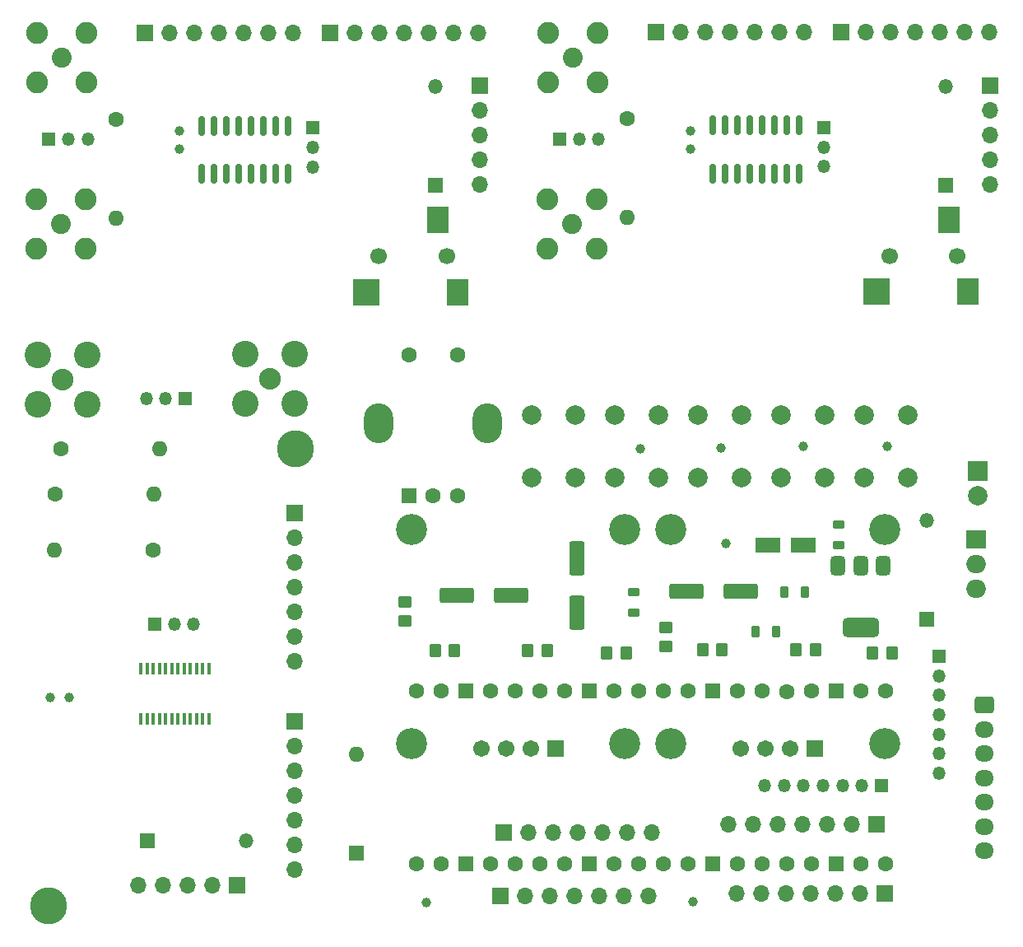
<source format=gbr>
%TF.GenerationSoftware,KiCad,Pcbnew,8.0.4*%
%TF.CreationDate,2025-05-03T00:51:18+05:30*%
%TF.ProjectId,TEST PNAL,54455354-2050-44e4-914c-2e6b69636164,rev?*%
%TF.SameCoordinates,Original*%
%TF.FileFunction,Soldermask,Bot*%
%TF.FilePolarity,Negative*%
%FSLAX46Y46*%
G04 Gerber Fmt 4.6, Leading zero omitted, Abs format (unit mm)*
G04 Created by KiCad (PCBNEW 8.0.4) date 2025-05-03 00:51:18*
%MOMM*%
%LPD*%
G01*
G04 APERTURE LIST*
G04 Aperture macros list*
%AMRoundRect*
0 Rectangle with rounded corners*
0 $1 Rounding radius*
0 $2 $3 $4 $5 $6 $7 $8 $9 X,Y pos of 4 corners*
0 Add a 4 corners polygon primitive as box body*
4,1,4,$2,$3,$4,$5,$6,$7,$8,$9,$2,$3,0*
0 Add four circle primitives for the rounded corners*
1,1,$1+$1,$2,$3*
1,1,$1+$1,$4,$5*
1,1,$1+$1,$6,$7*
1,1,$1+$1,$8,$9*
0 Add four rect primitives between the rounded corners*
20,1,$1+$1,$2,$3,$4,$5,0*
20,1,$1+$1,$4,$5,$6,$7,0*
20,1,$1+$1,$6,$7,$8,$9,0*
20,1,$1+$1,$8,$9,$2,$3,0*%
G04 Aperture macros list end*
%ADD10R,1.350000X1.350000*%
%ADD11O,1.350000X1.350000*%
%ADD12C,1.700000*%
%ADD13R,2.200000X2.800000*%
%ADD14R,2.800000X2.800000*%
%ADD15RoundRect,0.150000X0.150000X-0.825000X0.150000X0.825000X-0.150000X0.825000X-0.150000X-0.825000X0*%
%ADD16C,1.600000*%
%ADD17O,1.600000X1.600000*%
%ADD18C,2.050000*%
%ADD19C,2.250000*%
%ADD20R,1.700000X1.700000*%
%ADD21O,1.700000X1.700000*%
%ADD22C,1.000000*%
%ADD23R,1.500000X1.500000*%
%ADD24O,1.500000X1.500000*%
%ADD25RoundRect,0.250000X-0.550000X1.500000X-0.550000X-1.500000X0.550000X-1.500000X0.550000X1.500000X0*%
%ADD26RoundRect,0.218750X0.218750X0.381250X-0.218750X0.381250X-0.218750X-0.381250X0.218750X-0.381250X0*%
%ADD27RoundRect,0.218750X0.381250X-0.218750X0.381250X0.218750X-0.381250X0.218750X-0.381250X-0.218750X0*%
%ADD28RoundRect,0.250000X0.350000X0.450000X-0.350000X0.450000X-0.350000X-0.450000X0.350000X-0.450000X0*%
%ADD29RoundRect,0.218750X-0.218750X-0.381250X0.218750X-0.381250X0.218750X0.381250X-0.218750X0.381250X0*%
%ADD30R,2.000000X1.905000*%
%ADD31O,2.000000X1.905000*%
%ADD32R,2.000000X2.000000*%
%ADD33C,2.000000*%
%ADD34RoundRect,0.200000X-0.600000X0.600000X-0.600000X-0.600000X0.600000X-0.600000X0.600000X0.600000X0*%
%ADD35RoundRect,0.375000X-0.375000X0.625000X-0.375000X-0.625000X0.375000X-0.625000X0.375000X0.625000X0*%
%ADD36RoundRect,0.500000X-1.400000X0.500000X-1.400000X-0.500000X1.400000X-0.500000X1.400000X0.500000X0*%
%ADD37RoundRect,0.250000X-0.450000X0.350000X-0.450000X-0.350000X0.450000X-0.350000X0.450000X0.350000X0*%
%ADD38RoundRect,0.250000X-0.725000X0.600000X-0.725000X-0.600000X0.725000X-0.600000X0.725000X0.600000X0*%
%ADD39O,1.950000X1.700000*%
%ADD40RoundRect,0.250000X1.500000X0.550000X-1.500000X0.550000X-1.500000X-0.550000X1.500000X-0.550000X0*%
%ADD41RoundRect,0.250000X-1.050000X-0.550000X1.050000X-0.550000X1.050000X0.550000X-1.050000X0.550000X0*%
%ADD42RoundRect,0.218750X-0.381250X0.218750X-0.381250X-0.218750X0.381250X-0.218750X0.381250X0.218750X0*%
%ADD43RoundRect,0.250000X-0.350000X-0.450000X0.350000X-0.450000X0.350000X0.450000X-0.350000X0.450000X0*%
%ADD44RoundRect,0.102000X0.754000X0.754000X-0.754000X0.754000X-0.754000X-0.754000X0.754000X-0.754000X0*%
%ADD45C,1.712000*%
%ADD46C,3.204000*%
%ADD47RoundRect,0.250000X0.550000X-0.550000X0.550000X0.550000X-0.550000X0.550000X-0.550000X-0.550000X0*%
%ADD48O,3.000000X4.100000*%
%ADD49R,1.600000X1.600000*%
%ADD50C,2.600000*%
%ADD51C,3.800000*%
%ADD52C,2.240000*%
%ADD53C,2.740000*%
%ADD54R,0.400000X1.200000*%
G04 APERTURE END LIST*
D10*
%TO.C,J6*%
X123935000Y-66930000D03*
D11*
X123935000Y-68930000D03*
X123935000Y-70930000D03*
%TD*%
D12*
%TO.C,J8*%
X130700000Y-80105000D03*
X137700000Y-80105000D03*
D13*
X136800000Y-76405000D03*
X138800000Y-83805000D03*
D14*
X129400000Y-83805000D03*
%TD*%
D15*
%TO.C,U2*%
X121430000Y-71655000D03*
X120160000Y-71655000D03*
X118890000Y-71655000D03*
X117620000Y-71655000D03*
X116350000Y-71655000D03*
X115080000Y-71655000D03*
X113810000Y-71655000D03*
X112540000Y-71655000D03*
X112540000Y-66705000D03*
X113810000Y-66705000D03*
X115080000Y-66705000D03*
X116350000Y-66705000D03*
X117620000Y-66705000D03*
X118890000Y-66705000D03*
X120160000Y-66705000D03*
X121430000Y-66705000D03*
%TD*%
D16*
%TO.C,L1*%
X103685000Y-66030000D03*
D17*
X103685000Y-76190000D03*
%TD*%
D18*
%TO.C,J1*%
X98135000Y-59730000D03*
D19*
X95595000Y-62270000D03*
X100675000Y-62270000D03*
X95595000Y-57190000D03*
X100675000Y-57190000D03*
%TD*%
D20*
%TO.C,J2*%
X141085000Y-62580000D03*
D21*
X141085000Y-65120000D03*
X141085000Y-67660000D03*
X141085000Y-70200000D03*
X141085000Y-72740000D03*
%TD*%
D20*
%TO.C,J4*%
X106685000Y-57140000D03*
D21*
X109225000Y-57140000D03*
X111765000Y-57140000D03*
X114305000Y-57140000D03*
X116845000Y-57140000D03*
X119385000Y-57140000D03*
X121925000Y-57140000D03*
%TD*%
D20*
%TO.C,J3*%
X125735000Y-57140000D03*
D21*
X128275000Y-57140000D03*
X130815000Y-57140000D03*
X133355000Y-57140000D03*
X135895000Y-57140000D03*
X138435000Y-57140000D03*
X140975000Y-57140000D03*
%TD*%
D10*
%TO.C,J7*%
X96785000Y-68080000D03*
D11*
X98785000Y-68080000D03*
X100785000Y-68080000D03*
%TD*%
D22*
%TO.C,Y1*%
X110210000Y-69130000D03*
X110210000Y-67230000D03*
%TD*%
D23*
%TO.C,D1*%
X136510000Y-72840000D03*
D24*
X136510000Y-62680000D03*
%TD*%
D18*
%TO.C,J5*%
X98045000Y-76820000D03*
D19*
X95505000Y-74280000D03*
X95505000Y-79360000D03*
X100585000Y-74280000D03*
X100585000Y-79360000D03*
%TD*%
D22*
%TO.C,TP6*%
X110525000Y-146510000D03*
%TD*%
D25*
%TO.C,C6*%
X98515000Y-111190000D03*
X98515000Y-116790000D03*
%TD*%
D26*
%TO.C,C3*%
X119057500Y-118750000D03*
X116932500Y-118750000D03*
%TD*%
D27*
%TO.C,C1*%
X125455000Y-109892500D03*
X125455000Y-107767500D03*
%TD*%
D28*
%TO.C,R5*%
X123105000Y-120620000D03*
X121105000Y-120620000D03*
%TD*%
D22*
%TO.C,TP2*%
X121845000Y-99720000D03*
%TD*%
D29*
%TO.C,C7*%
X119904300Y-114711400D03*
X122029300Y-114711400D03*
%TD*%
D22*
%TO.C,TP1*%
X130435000Y-99700000D03*
%TD*%
%TO.C,TP3*%
X113375000Y-99850000D03*
%TD*%
D10*
%TO.C,J4*%
X135775000Y-121290000D03*
D11*
X135775000Y-123290000D03*
X135775000Y-125290000D03*
X135775000Y-127290000D03*
X135775000Y-129290000D03*
X135775000Y-131290000D03*
X135775000Y-133290000D03*
%TD*%
D30*
%TO.C,U2*%
X139585000Y-109250400D03*
D31*
X139585000Y-111790400D03*
X139585000Y-114330400D03*
%TD*%
D32*
%TO.C,J1*%
X139788200Y-102240000D03*
D33*
X139788200Y-104780000D03*
%TD*%
%TO.C,SW4*%
X106915000Y-96450000D03*
X106915000Y-102950000D03*
X102415000Y-96450000D03*
X102415000Y-102950000D03*
%TD*%
%TO.C,SW2*%
X124015000Y-96450000D03*
X124015000Y-102950000D03*
X119515000Y-96450000D03*
X119515000Y-102950000D03*
%TD*%
%TO.C,SW1*%
X132565000Y-96450000D03*
X132565000Y-102950000D03*
X128065000Y-96450000D03*
X128065000Y-102950000D03*
%TD*%
%TO.C,SW5*%
X98365000Y-96450000D03*
X98365000Y-102950000D03*
X93865000Y-96450000D03*
X93865000Y-102950000D03*
%TD*%
D20*
%TO.C,J6*%
X129345000Y-138520000D03*
D21*
X126805000Y-138520000D03*
X124265000Y-138520000D03*
X121725000Y-138520000D03*
X119185000Y-138520000D03*
X116645000Y-138520000D03*
X114105000Y-138520000D03*
%TD*%
D20*
%TO.C,J5*%
X91035000Y-139380000D03*
D21*
X93575000Y-139380000D03*
X96115000Y-139380000D03*
X98655000Y-139380000D03*
X101195000Y-139380000D03*
X103735000Y-139380000D03*
X106275000Y-139380000D03*
%TD*%
D33*
%TO.C,SW3*%
X115465000Y-96450000D03*
X115465000Y-102950000D03*
X110965000Y-96450000D03*
X110965000Y-102950000D03*
%TD*%
D10*
%TO.C,J3*%
X129874600Y-134574200D03*
D11*
X127874600Y-134574200D03*
X125874600Y-134574200D03*
X123874600Y-134574200D03*
X121874600Y-134574200D03*
X119874600Y-134574200D03*
X117874600Y-134574200D03*
%TD*%
D20*
%TO.C,J8*%
X90675000Y-145890000D03*
D21*
X93215000Y-145890000D03*
X95755000Y-145890000D03*
X98295000Y-145890000D03*
X100835000Y-145890000D03*
X103375000Y-145890000D03*
X105915000Y-145890000D03*
%TD*%
D20*
%TO.C,J7*%
X130205000Y-145690000D03*
D21*
X127665000Y-145690000D03*
X125125000Y-145690000D03*
X122585000Y-145690000D03*
X120045000Y-145690000D03*
X117505000Y-145690000D03*
X114965000Y-145690000D03*
%TD*%
D16*
%TO.C,IC1*%
X82075000Y-124850000D03*
X84615000Y-124850000D03*
D34*
X87155000Y-124850000D03*
D16*
X89695000Y-124850000D03*
X92235000Y-124850000D03*
X94775000Y-124850000D03*
X97315000Y-124850000D03*
D34*
X99855000Y-124850000D03*
D16*
X102395000Y-124850000D03*
X104935000Y-124850000D03*
X107475000Y-124850000D03*
X110015000Y-124850000D03*
D34*
X112555000Y-124850000D03*
D16*
X115095000Y-124850000D03*
X117635000Y-124850000D03*
X120175000Y-124891881D03*
X122715000Y-124850000D03*
D34*
X125255000Y-124850000D03*
D16*
X127795000Y-124850000D03*
X130335000Y-124850000D03*
X130335000Y-142630000D03*
X127795000Y-142630000D03*
D34*
X125255000Y-142630000D03*
D16*
X122715000Y-142630000D03*
X120175000Y-142630000D03*
X117635000Y-142630000D03*
X115095000Y-142630000D03*
D34*
X112555000Y-142630000D03*
D16*
X110015000Y-142630000D03*
X107475000Y-142630000D03*
X104935000Y-142630000D03*
X102395000Y-142630000D03*
D34*
X99855000Y-142630000D03*
D16*
X97315000Y-142630000D03*
X94775000Y-142630000D03*
X92235000Y-142630000D03*
X89695000Y-142630000D03*
D34*
X87155000Y-142630000D03*
D16*
X84615000Y-142630000D03*
X82075000Y-142630000D03*
%TD*%
D28*
%TO.C,R2*%
X113485000Y-120580000D03*
X111485000Y-120580000D03*
%TD*%
D35*
%TO.C,U1*%
X125425000Y-111990000D03*
X127725000Y-111990000D03*
D36*
X127725000Y-118290000D03*
D35*
X130025000Y-111990000D03*
%TD*%
D37*
%TO.C,R10*%
X80835000Y-115660000D03*
X80835000Y-117660000D03*
%TD*%
D38*
%TO.C,J2*%
X140465000Y-126290000D03*
D39*
X140465000Y-128790000D03*
X140465000Y-131290000D03*
X140465000Y-133790000D03*
X140465000Y-136290000D03*
X140465000Y-138790000D03*
X140465000Y-141290000D03*
%TD*%
D40*
%TO.C,C2*%
X115441600Y-114635200D03*
X109841600Y-114635200D03*
%TD*%
D28*
%TO.C,R8*%
X85975000Y-120710000D03*
X83975000Y-120710000D03*
%TD*%
D41*
%TO.C,C8*%
X118205000Y-109860000D03*
X121805000Y-109860000D03*
%TD*%
D40*
%TO.C,C4*%
X91768800Y-114990800D03*
X86168800Y-114990800D03*
%TD*%
D42*
%TO.C,C5*%
X104355200Y-114711400D03*
X104355200Y-116836400D03*
%TD*%
D23*
%TO.C,D2*%
X134505000Y-117480000D03*
D24*
X134505000Y-107320000D03*
%TD*%
D22*
%TO.C,TP5*%
X83075000Y-146590000D03*
%TD*%
%TO.C,TP4*%
X105045000Y-99950000D03*
%TD*%
%TO.C,TP7*%
X113845000Y-109650000D03*
%TD*%
D37*
%TO.C,R3*%
X107735000Y-118280000D03*
X107735000Y-120280000D03*
%TD*%
D28*
%TO.C,R9*%
X103595000Y-120960000D03*
X101595000Y-120960000D03*
%TD*%
D43*
%TO.C,R1*%
X128975000Y-120960000D03*
X130975000Y-120960000D03*
%TD*%
D28*
%TO.C,R4*%
X95465000Y-120660000D03*
X93465000Y-120660000D03*
%TD*%
D44*
%TO.C,B1*%
X123015000Y-130767500D03*
D45*
X120475000Y-130767500D03*
X117935000Y-130767500D03*
X115395000Y-130767500D03*
D46*
X130205000Y-130267500D03*
X108205000Y-130267500D03*
X108205000Y-108267500D03*
X130205000Y-108267500D03*
%TD*%
D47*
%TO.C,SW6*%
X81245000Y-104780000D03*
D16*
X86245000Y-104780000D03*
X83745000Y-104780000D03*
X81245000Y-90280000D03*
X86245000Y-90280000D03*
D48*
X78145000Y-97280000D03*
X89345000Y-97280000D03*
%TD*%
D49*
%TO.C,D1*%
X75875000Y-141480000D03*
D17*
X75875000Y-131320000D03*
%TD*%
D44*
%TO.C,B2*%
X96310000Y-130776000D03*
D45*
X93770000Y-130776000D03*
X91230000Y-130776000D03*
X88690000Y-130776000D03*
D46*
X103500000Y-130276000D03*
X81500000Y-130276000D03*
X81500000Y-108276000D03*
X103500000Y-108276000D03*
%TD*%
D12*
%TO.C,J8*%
X78141650Y-80141650D03*
X85141650Y-80141650D03*
D13*
X84241650Y-76441650D03*
X86241650Y-83841650D03*
D14*
X76841650Y-83841650D03*
%TD*%
D10*
%TO.C,J6*%
X71376650Y-66966650D03*
D11*
X71376650Y-68966650D03*
X71376650Y-70966650D03*
%TD*%
D15*
%TO.C,U2*%
X68871650Y-71691650D03*
X67601650Y-71691650D03*
X66331650Y-71691650D03*
X65061650Y-71691650D03*
X63791650Y-71691650D03*
X62521650Y-71691650D03*
X61251650Y-71691650D03*
X59981650Y-71691650D03*
X59981650Y-66741650D03*
X61251650Y-66741650D03*
X62521650Y-66741650D03*
X63791650Y-66741650D03*
X65061650Y-66741650D03*
X66331650Y-66741650D03*
X67601650Y-66741650D03*
X68871650Y-66741650D03*
%TD*%
D16*
%TO.C,L1*%
X51126650Y-66066650D03*
D17*
X51126650Y-76226650D03*
%TD*%
D20*
%TO.C,J2*%
X88526650Y-62616650D03*
D21*
X88526650Y-65156650D03*
X88526650Y-67696650D03*
X88526650Y-70236650D03*
X88526650Y-72776650D03*
%TD*%
D18*
%TO.C,J1*%
X45576650Y-59766650D03*
D19*
X43036650Y-62306650D03*
X48116650Y-62306650D03*
X43036650Y-57226650D03*
X48116650Y-57226650D03*
%TD*%
D22*
%TO.C,Y1*%
X57651650Y-69166650D03*
X57651650Y-67266650D03*
%TD*%
D23*
%TO.C,D1*%
X83951650Y-72876650D03*
D24*
X83951650Y-62716650D03*
%TD*%
D20*
%TO.C,J4*%
X54126650Y-57176650D03*
D21*
X56666650Y-57176650D03*
X59206650Y-57176650D03*
X61746650Y-57176650D03*
X64286650Y-57176650D03*
X66826650Y-57176650D03*
X69366650Y-57176650D03*
%TD*%
D20*
%TO.C,J3*%
X73176650Y-57176650D03*
D21*
X75716650Y-57176650D03*
X78256650Y-57176650D03*
X80796650Y-57176650D03*
X83336650Y-57176650D03*
X85876650Y-57176650D03*
X88416650Y-57176650D03*
%TD*%
D18*
%TO.C,J5*%
X45486650Y-76856650D03*
D19*
X42946650Y-74316650D03*
X42946650Y-79396650D03*
X48026650Y-74316650D03*
X48026650Y-79396650D03*
%TD*%
D10*
%TO.C,J7*%
X44226650Y-68116650D03*
D11*
X46226650Y-68116650D03*
X48226650Y-68116650D03*
%TD*%
D23*
%TO.C,D1*%
X54328500Y-140230700D03*
D24*
X64488500Y-140230700D03*
%TD*%
D22*
%TO.C,Y1*%
X46278500Y-125500700D03*
X44378500Y-125500700D03*
%TD*%
D20*
%TO.C,J2*%
X63548500Y-144790700D03*
D21*
X61008500Y-144790700D03*
X58468500Y-144790700D03*
X55928500Y-144790700D03*
X53388500Y-144790700D03*
%TD*%
D16*
%TO.C,L1*%
X45495000Y-99960000D03*
D17*
X55655000Y-99960000D03*
%TD*%
D50*
%TO.C,2*%
X69625000Y-99960000D03*
D51*
X69625000Y-99960000D03*
%TD*%
D10*
%TO.C,J6*%
X58238500Y-94820700D03*
D11*
X56238500Y-94820700D03*
X54238500Y-94820700D03*
%TD*%
D52*
%TO.C,J1*%
X66998500Y-92790700D03*
D53*
X69538500Y-90250700D03*
X64458500Y-90250700D03*
X69538500Y-95330700D03*
X64458500Y-95330700D03*
%TD*%
D52*
%TO.C,J5*%
X45618500Y-92820700D03*
D53*
X43078500Y-95360700D03*
X48158500Y-95360700D03*
X43078500Y-90280700D03*
X48158500Y-90280700D03*
%TD*%
D20*
%TO.C,J4*%
X69548500Y-106544100D03*
D21*
X69548500Y-109084100D03*
X69548500Y-111624100D03*
X69548500Y-114164100D03*
X69548500Y-116704100D03*
X69548500Y-119244100D03*
X69548500Y-121784100D03*
%TD*%
D50*
%TO.C,1*%
X44225000Y-146950000D03*
D51*
X44225000Y-146950000D03*
%TD*%
D20*
%TO.C,J3*%
X69548500Y-127936300D03*
D21*
X69548500Y-130476300D03*
X69548500Y-133016300D03*
X69548500Y-135556300D03*
X69548500Y-138096300D03*
X69548500Y-140636300D03*
X69548500Y-143176300D03*
%TD*%
D16*
%TO.C,L2*%
X54938500Y-110380700D03*
D17*
X44778500Y-110380700D03*
%TD*%
D16*
%TO.C,L3*%
X44878500Y-104580700D03*
D17*
X55038500Y-104580700D03*
%TD*%
D10*
%TO.C,J7*%
X55138500Y-117940700D03*
D11*
X57138500Y-117940700D03*
X59138500Y-117940700D03*
%TD*%
D54*
%TO.C,U2*%
X53698500Y-122520700D03*
X54333500Y-122520700D03*
X54968500Y-122520700D03*
X55603500Y-122520700D03*
X56238500Y-122520700D03*
X56873500Y-122520700D03*
X57508500Y-122520700D03*
X58143500Y-122520700D03*
X58778500Y-122520700D03*
X59413500Y-122520700D03*
X60048500Y-122520700D03*
X60683500Y-122520700D03*
X60683500Y-127720700D03*
X60048500Y-127720700D03*
X59413500Y-127720700D03*
X58778500Y-127720700D03*
X58143500Y-127720700D03*
X57508500Y-127720700D03*
X56873500Y-127720700D03*
X56238500Y-127720700D03*
X55603500Y-127720700D03*
X54968500Y-127720700D03*
X54333500Y-127720700D03*
X53698500Y-127720700D03*
%TD*%
M02*

</source>
